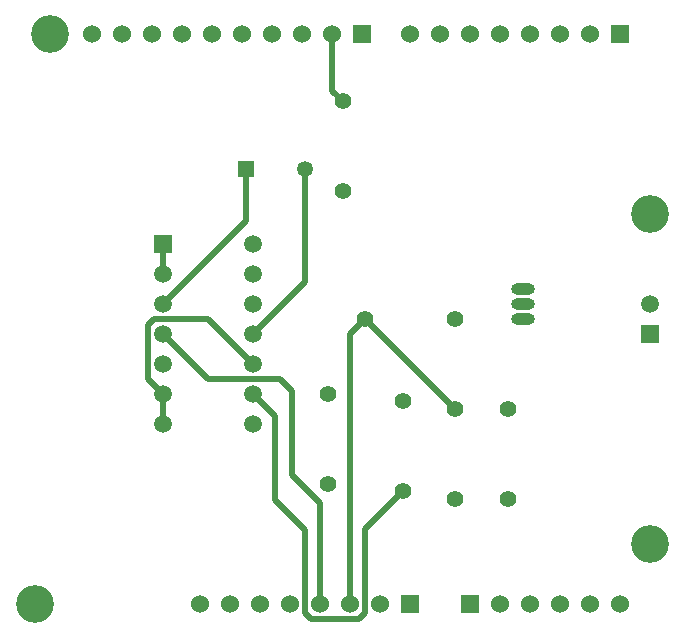
<source format=gtl>
G04 Layer_Physical_Order=1*
G04 Layer_Color=255*
%FSLAX25Y25*%
%MOIN*%
G70*
G01*
G75*
%ADD10C,0.02000*%
%ADD11C,0.05512*%
%ADD12R,0.05906X0.05906*%
%ADD13C,0.05906*%
%ADD14O,0.07874X0.03937*%
%ADD15O,0.07874X0.03937*%
%ADD16R,0.05906X0.05906*%
%ADD17C,0.05315*%
%ADD18R,0.05315X0.05315*%
%ADD19R,0.06000X0.06000*%
%ADD20C,0.06000*%
%ADD21C,0.12598*%
D10*
X154000Y181000D02*
Y200000D01*
Y181000D02*
X157500Y177500D01*
X127500Y100000D02*
X144843Y117343D01*
Y155000D01*
X165000Y105000D02*
X195000Y75000D01*
X160000Y100000D02*
X165000Y105000D01*
X160000Y10000D02*
Y100000D01*
X127500Y80000D02*
X135000Y72500D01*
Y44721D02*
Y72500D01*
Y44721D02*
X145000Y34721D01*
Y7000D02*
Y34721D01*
Y7000D02*
X147000Y5000D01*
X163000D01*
X165000Y7000D01*
Y35000D01*
X177500Y47500D01*
X97500Y100000D02*
X112500Y85000D01*
X136700D01*
X140700Y81000D01*
Y53000D02*
Y81000D01*
Y53000D02*
X150000Y43700D01*
Y10000D02*
Y43700D01*
X97500Y110000D02*
X125157Y137657D01*
Y155000D01*
X97500Y120000D02*
Y130000D01*
Y70000D02*
Y80000D01*
X92500Y85000D02*
X97500Y80000D01*
X92500Y85000D02*
Y103000D01*
X94500Y105000D01*
X112500D01*
X127500Y90000D01*
D11*
X152500Y80000D02*
D03*
Y50000D02*
D03*
X177500Y47500D02*
D03*
Y77500D02*
D03*
X195000Y75000D02*
D03*
Y45000D02*
D03*
X212500Y75000D02*
D03*
Y45000D02*
D03*
X165000Y105000D02*
D03*
X195000D02*
D03*
X157500Y147500D02*
D03*
Y177500D02*
D03*
D12*
X97500Y130000D02*
D03*
D13*
Y120000D02*
D03*
Y110000D02*
D03*
Y100000D02*
D03*
Y90000D02*
D03*
Y80000D02*
D03*
Y70000D02*
D03*
X127500Y130000D02*
D03*
Y120000D02*
D03*
Y110000D02*
D03*
Y100000D02*
D03*
Y90000D02*
D03*
Y80000D02*
D03*
Y70000D02*
D03*
X260000Y110000D02*
D03*
D14*
X217500Y115000D02*
D03*
D15*
Y110000D02*
D03*
Y105000D02*
D03*
D16*
X260000Y100000D02*
D03*
D17*
X144843Y155000D02*
D03*
D18*
X125157D02*
D03*
D19*
X200000Y10000D02*
D03*
X164000Y200000D02*
D03*
X250000D02*
D03*
X180000Y10000D02*
D03*
D20*
X210000D02*
D03*
X220000D02*
D03*
X230000D02*
D03*
X240000D02*
D03*
X250000D02*
D03*
X154000Y200000D02*
D03*
X144000D02*
D03*
X134000D02*
D03*
X124000D02*
D03*
X114000D02*
D03*
X104000D02*
D03*
X94000D02*
D03*
X84000D02*
D03*
X74000D02*
D03*
X220000D02*
D03*
X210000D02*
D03*
X200000D02*
D03*
X190000D02*
D03*
X180000D02*
D03*
X240000D02*
D03*
X230000D02*
D03*
X150000Y10000D02*
D03*
X140000D02*
D03*
X130000D02*
D03*
X120000D02*
D03*
X110000D02*
D03*
X170000D02*
D03*
X160000D02*
D03*
D21*
X260000Y30000D02*
D03*
Y140000D02*
D03*
X55000Y10000D02*
D03*
X60000Y200000D02*
D03*
M02*

</source>
